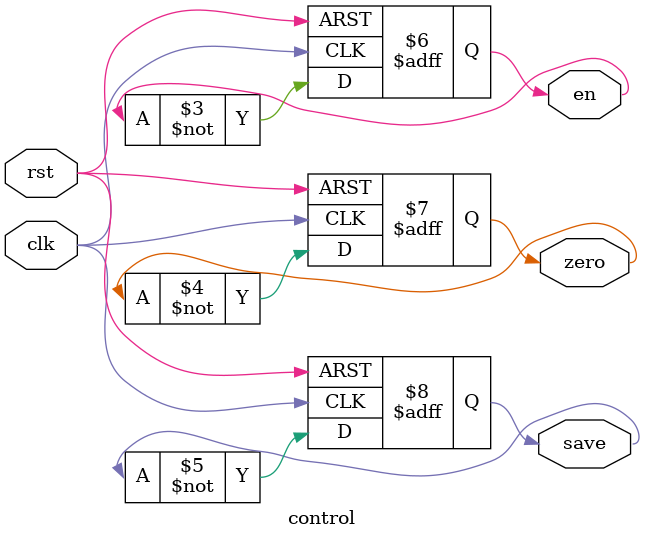
<source format=v>
`timescale 1ns / 1ps

module control(
input clk,
input rst,
output reg en,
output reg zero,
output reg save
);

always @(posedge clk or negedge rst) begin
    if (~rst) begin
        en <= 1;
        zero <= 1;
        save <= 0;
    end 
    else begin
        en <= ~en;
        zero <= ~zero;
        save <= ~save;
    end
end

endmodule
</source>
